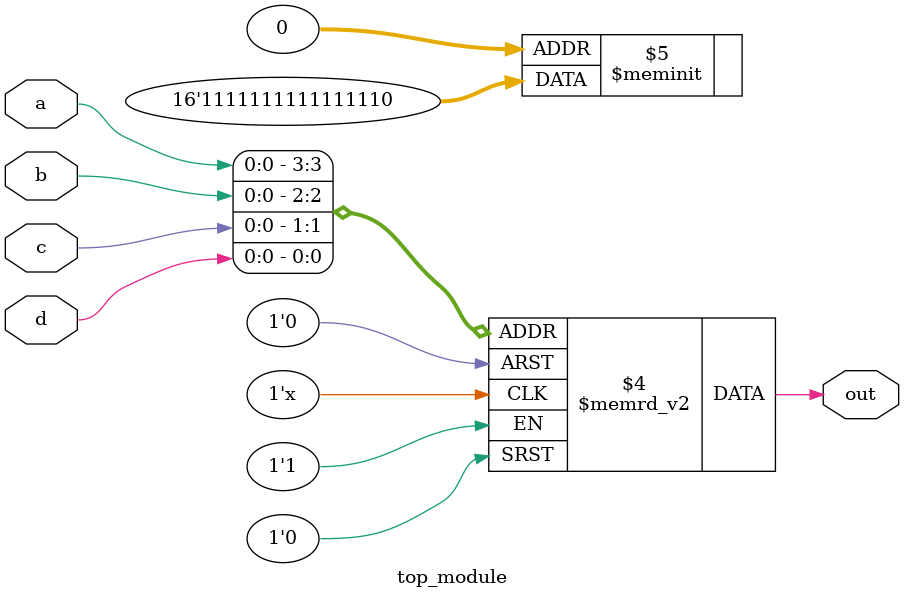
<source format=sv>
module top_module (
    input a,
    input b,
    input c,
    input d,
    output reg out
);

    always @(a, b, c, d)
        case ({a, b, c, d})
            4'b0000: out = 1'b0;
            4'b0001: out = 1'b1;
            4'b0010: out = 1'b1;
            4'b0011: out = 1'b1;
            4'b0100: out = 1'b1;
            4'b0101: out = 1'b1;
            4'b0110: out = 1'b1;
            4'b0111: out = 1'b1;
            4'b1000: out = 1'b1;
            4'b1001: out = 1'b1;
            4'b1010: out = 1'b1;
            4'b1011: out = 1'b1;
            4'b1100: out = 1'b1;
            4'b1101: out = 1'b1;
            4'b1110: out = 1'b1;
            4'b1111: out = 1'b1;
        endcase

endmodule

</source>
